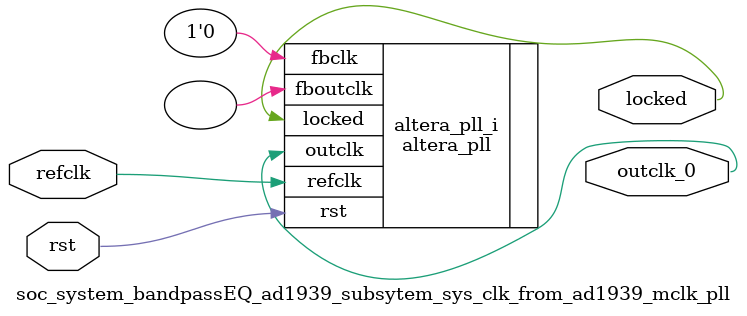
<source format=v>
`timescale 1ns/10ps
module  soc_system_bandpassEQ_ad1939_subsytem_sys_clk_from_ad1939_mclk_pll(

	// interface 'refclk'
	input wire refclk,

	// interface 'reset'
	input wire rst,

	// interface 'outclk0'
	output wire outclk_0,

	// interface 'locked'
	output wire locked
);

	altera_pll #(
		.fractional_vco_multiplier("false"),
		.reference_clock_frequency("12.288 MHz"),
		.operation_mode("direct"),
		.number_of_clocks(1),
		.output_clock_frequency0("98.304000 MHz"),
		.phase_shift0("0 ps"),
		.duty_cycle0(50),
		.output_clock_frequency1("0 MHz"),
		.phase_shift1("0 ps"),
		.duty_cycle1(50),
		.output_clock_frequency2("0 MHz"),
		.phase_shift2("0 ps"),
		.duty_cycle2(50),
		.output_clock_frequency3("0 MHz"),
		.phase_shift3("0 ps"),
		.duty_cycle3(50),
		.output_clock_frequency4("0 MHz"),
		.phase_shift4("0 ps"),
		.duty_cycle4(50),
		.output_clock_frequency5("0 MHz"),
		.phase_shift5("0 ps"),
		.duty_cycle5(50),
		.output_clock_frequency6("0 MHz"),
		.phase_shift6("0 ps"),
		.duty_cycle6(50),
		.output_clock_frequency7("0 MHz"),
		.phase_shift7("0 ps"),
		.duty_cycle7(50),
		.output_clock_frequency8("0 MHz"),
		.phase_shift8("0 ps"),
		.duty_cycle8(50),
		.output_clock_frequency9("0 MHz"),
		.phase_shift9("0 ps"),
		.duty_cycle9(50),
		.output_clock_frequency10("0 MHz"),
		.phase_shift10("0 ps"),
		.duty_cycle10(50),
		.output_clock_frequency11("0 MHz"),
		.phase_shift11("0 ps"),
		.duty_cycle11(50),
		.output_clock_frequency12("0 MHz"),
		.phase_shift12("0 ps"),
		.duty_cycle12(50),
		.output_clock_frequency13("0 MHz"),
		.phase_shift13("0 ps"),
		.duty_cycle13(50),
		.output_clock_frequency14("0 MHz"),
		.phase_shift14("0 ps"),
		.duty_cycle14(50),
		.output_clock_frequency15("0 MHz"),
		.phase_shift15("0 ps"),
		.duty_cycle15(50),
		.output_clock_frequency16("0 MHz"),
		.phase_shift16("0 ps"),
		.duty_cycle16(50),
		.output_clock_frequency17("0 MHz"),
		.phase_shift17("0 ps"),
		.duty_cycle17(50),
		.pll_type("General"),
		.pll_subtype("General")
	) altera_pll_i (
		.rst	(rst),
		.outclk	({outclk_0}),
		.locked	(locked),
		.fboutclk	( ),
		.fbclk	(1'b0),
		.refclk	(refclk)
	);
endmodule


</source>
